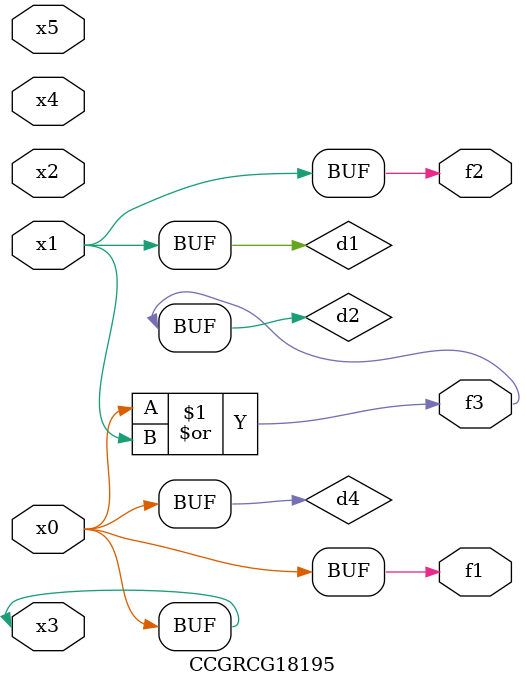
<source format=v>
module CCGRCG18195(
	input x0, x1, x2, x3, x4, x5,
	output f1, f2, f3
);

	wire d1, d2, d3, d4;

	and (d1, x1);
	or (d2, x0, x1);
	nand (d3, x0, x5);
	buf (d4, x0, x3);
	assign f1 = d4;
	assign f2 = d1;
	assign f3 = d2;
endmodule

</source>
